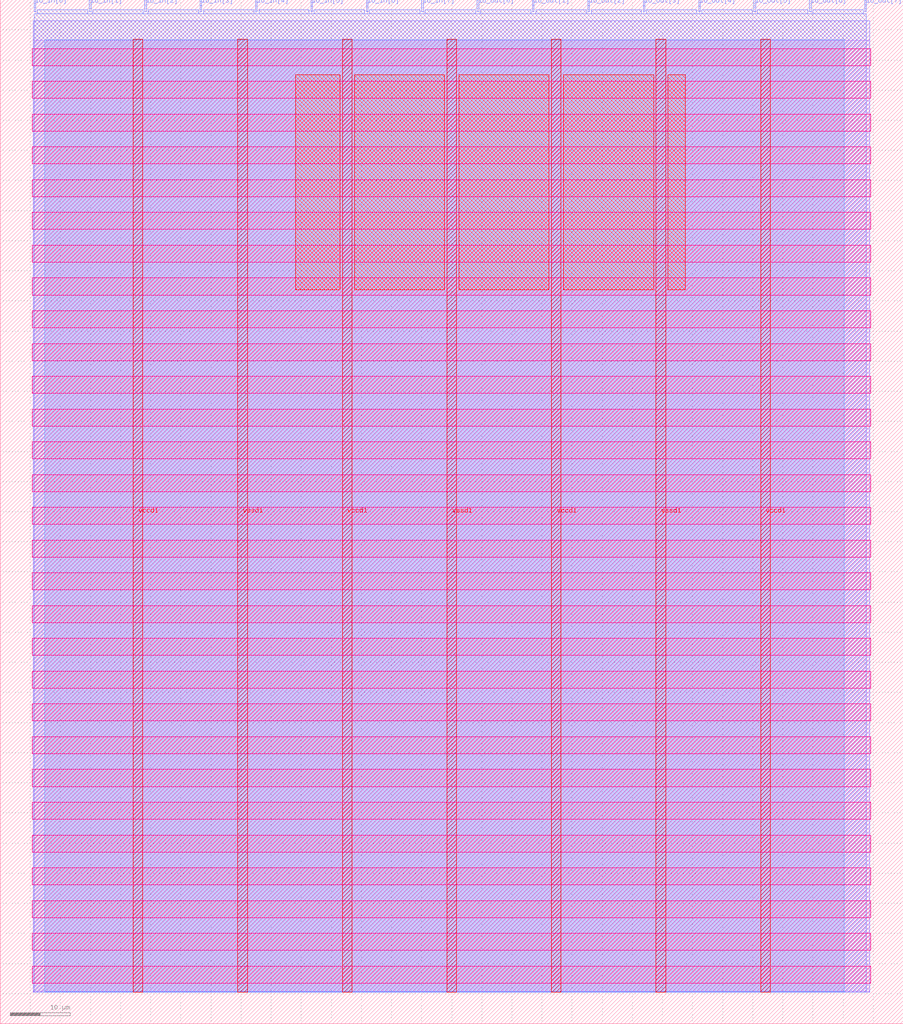
<source format=lef>
VERSION 5.7 ;
  NOWIREEXTENSIONATPIN ON ;
  DIVIDERCHAR "/" ;
  BUSBITCHARS "[]" ;
MACRO alu_top
  CLASS BLOCK ;
  FOREIGN alu_top ;
  ORIGIN 0.000 0.000 ;
  SIZE 150.000 BY 170.000 ;
  PIN io_in[0]
    DIRECTION INPUT ;
    USE SIGNAL ;
    PORT
      LAYER met2 ;
        RECT 5.610 168.000 5.890 170.000 ;
    END
  END io_in[0]
  PIN io_in[1]
    DIRECTION INPUT ;
    USE SIGNAL ;
    PORT
      LAYER met2 ;
        RECT 14.810 168.000 15.090 170.000 ;
    END
  END io_in[1]
  PIN io_in[2]
    DIRECTION INPUT ;
    USE SIGNAL ;
    PORT
      LAYER met2 ;
        RECT 24.010 168.000 24.290 170.000 ;
    END
  END io_in[2]
  PIN io_in[3]
    DIRECTION INPUT ;
    USE SIGNAL ;
    PORT
      LAYER met2 ;
        RECT 33.210 168.000 33.490 170.000 ;
    END
  END io_in[3]
  PIN io_in[4]
    DIRECTION INPUT ;
    USE SIGNAL ;
    PORT
      LAYER met2 ;
        RECT 42.410 168.000 42.690 170.000 ;
    END
  END io_in[4]
  PIN io_in[5]
    DIRECTION INPUT ;
    USE SIGNAL ;
    PORT
      LAYER met2 ;
        RECT 51.610 168.000 51.890 170.000 ;
    END
  END io_in[5]
  PIN io_in[6]
    DIRECTION INPUT ;
    USE SIGNAL ;
    PORT
      LAYER met2 ;
        RECT 60.810 168.000 61.090 170.000 ;
    END
  END io_in[6]
  PIN io_in[7]
    DIRECTION INPUT ;
    USE SIGNAL ;
    PORT
      LAYER met2 ;
        RECT 70.010 168.000 70.290 170.000 ;
    END
  END io_in[7]
  PIN io_out[0]
    DIRECTION OUTPUT TRISTATE ;
    USE SIGNAL ;
    PORT
      LAYER met2 ;
        RECT 79.210 168.000 79.490 170.000 ;
    END
  END io_out[0]
  PIN io_out[1]
    DIRECTION OUTPUT TRISTATE ;
    USE SIGNAL ;
    PORT
      LAYER met2 ;
        RECT 88.410 168.000 88.690 170.000 ;
    END
  END io_out[1]
  PIN io_out[2]
    DIRECTION OUTPUT TRISTATE ;
    USE SIGNAL ;
    PORT
      LAYER met2 ;
        RECT 97.610 168.000 97.890 170.000 ;
    END
  END io_out[2]
  PIN io_out[3]
    DIRECTION OUTPUT TRISTATE ;
    USE SIGNAL ;
    PORT
      LAYER met2 ;
        RECT 106.810 168.000 107.090 170.000 ;
    END
  END io_out[3]
  PIN io_out[4]
    DIRECTION OUTPUT TRISTATE ;
    USE SIGNAL ;
    PORT
      LAYER met2 ;
        RECT 116.010 168.000 116.290 170.000 ;
    END
  END io_out[4]
  PIN io_out[5]
    DIRECTION OUTPUT TRISTATE ;
    USE SIGNAL ;
    PORT
      LAYER met2 ;
        RECT 125.210 168.000 125.490 170.000 ;
    END
  END io_out[5]
  PIN io_out[6]
    DIRECTION OUTPUT TRISTATE ;
    USE SIGNAL ;
    PORT
      LAYER met2 ;
        RECT 134.410 168.000 134.690 170.000 ;
    END
  END io_out[6]
  PIN io_out[7]
    DIRECTION OUTPUT TRISTATE ;
    USE SIGNAL ;
    PORT
      LAYER met2 ;
        RECT 143.610 168.000 143.890 170.000 ;
    END
  END io_out[7]
  PIN vccd1
    DIRECTION INOUT ;
    USE POWER ;
    PORT
      LAYER met4 ;
        RECT 22.090 5.200 23.690 163.440 ;
    END
    PORT
      LAYER met4 ;
        RECT 56.830 5.200 58.430 163.440 ;
    END
    PORT
      LAYER met4 ;
        RECT 91.570 5.200 93.170 163.440 ;
    END
    PORT
      LAYER met4 ;
        RECT 126.310 5.200 127.910 163.440 ;
    END
  END vccd1
  PIN vssd1
    DIRECTION INOUT ;
    USE GROUND ;
    PORT
      LAYER met4 ;
        RECT 39.460 5.200 41.060 163.440 ;
    END
    PORT
      LAYER met4 ;
        RECT 74.200 5.200 75.800 163.440 ;
    END
    PORT
      LAYER met4 ;
        RECT 108.940 5.200 110.540 163.440 ;
    END
  END vssd1
  OBS
      LAYER nwell ;
        RECT 5.330 159.065 144.630 161.895 ;
        RECT 5.330 153.625 144.630 156.455 ;
        RECT 5.330 148.185 144.630 151.015 ;
        RECT 5.330 142.745 144.630 145.575 ;
        RECT 5.330 137.305 144.630 140.135 ;
        RECT 5.330 131.865 144.630 134.695 ;
        RECT 5.330 126.425 144.630 129.255 ;
        RECT 5.330 120.985 144.630 123.815 ;
        RECT 5.330 115.545 144.630 118.375 ;
        RECT 5.330 110.105 144.630 112.935 ;
        RECT 5.330 104.665 144.630 107.495 ;
        RECT 5.330 99.225 144.630 102.055 ;
        RECT 5.330 93.785 144.630 96.615 ;
        RECT 5.330 88.345 144.630 91.175 ;
        RECT 5.330 82.905 144.630 85.735 ;
        RECT 5.330 77.465 144.630 80.295 ;
        RECT 5.330 72.025 144.630 74.855 ;
        RECT 5.330 66.585 144.630 69.415 ;
        RECT 5.330 61.145 144.630 63.975 ;
        RECT 5.330 55.705 144.630 58.535 ;
        RECT 5.330 50.265 144.630 53.095 ;
        RECT 5.330 44.825 144.630 47.655 ;
        RECT 5.330 39.385 144.630 42.215 ;
        RECT 5.330 33.945 144.630 36.775 ;
        RECT 5.330 28.505 144.630 31.335 ;
        RECT 5.330 23.065 144.630 25.895 ;
        RECT 5.330 17.625 144.630 20.455 ;
        RECT 5.330 12.185 144.630 15.015 ;
        RECT 5.330 6.745 144.630 9.575 ;
      LAYER li1 ;
        RECT 5.520 5.355 144.440 163.285 ;
      LAYER met1 ;
        RECT 5.520 5.200 144.440 166.560 ;
      LAYER met2 ;
        RECT 6.170 167.720 14.530 168.370 ;
        RECT 15.370 167.720 23.730 168.370 ;
        RECT 24.570 167.720 32.930 168.370 ;
        RECT 33.770 167.720 42.130 168.370 ;
        RECT 42.970 167.720 51.330 168.370 ;
        RECT 52.170 167.720 60.530 168.370 ;
        RECT 61.370 167.720 69.730 168.370 ;
        RECT 70.570 167.720 78.930 168.370 ;
        RECT 79.770 167.720 88.130 168.370 ;
        RECT 88.970 167.720 97.330 168.370 ;
        RECT 98.170 167.720 106.530 168.370 ;
        RECT 107.370 167.720 115.730 168.370 ;
        RECT 116.570 167.720 124.930 168.370 ;
        RECT 125.770 167.720 134.130 168.370 ;
        RECT 134.970 167.720 143.330 168.370 ;
        RECT 5.680 5.255 143.880 167.720 ;
      LAYER met3 ;
        RECT 7.425 5.275 140.235 163.365 ;
      LAYER met4 ;
        RECT 49.055 121.895 56.430 157.585 ;
        RECT 58.830 121.895 73.800 157.585 ;
        RECT 76.200 121.895 91.170 157.585 ;
        RECT 93.570 121.895 108.540 157.585 ;
        RECT 110.940 121.895 113.785 157.585 ;
  END
END alu_top
END LIBRARY


</source>
